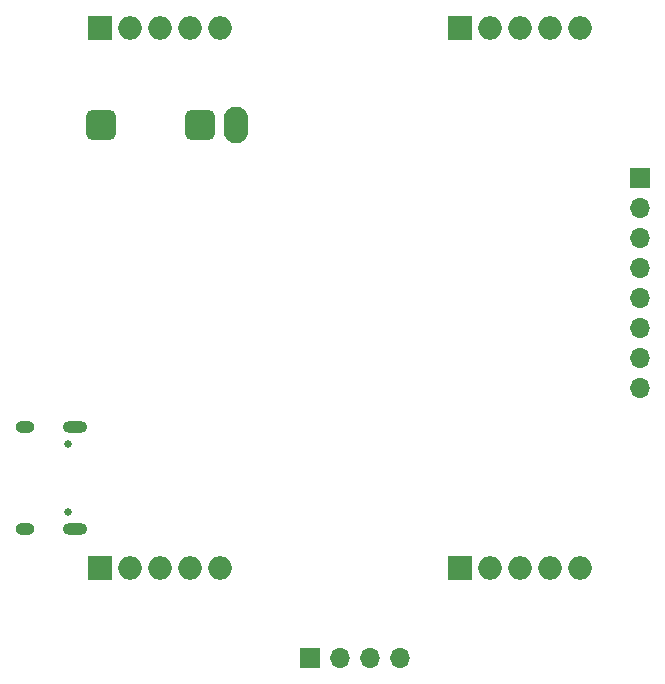
<source format=gbr>
%TF.GenerationSoftware,KiCad,Pcbnew,8.0.5*%
%TF.CreationDate,2024-11-19T03:03:03+05:30*%
%TF.ProjectId,midi,6d696469-2e6b-4696-9361-645f70636258,rev?*%
%TF.SameCoordinates,Original*%
%TF.FileFunction,Soldermask,Bot*%
%TF.FilePolarity,Negative*%
%FSLAX46Y46*%
G04 Gerber Fmt 4.6, Leading zero omitted, Abs format (unit mm)*
G04 Created by KiCad (PCBNEW 8.0.5) date 2024-11-19 03:03:03*
%MOMM*%
%LPD*%
G01*
G04 APERTURE LIST*
G04 Aperture macros list*
%AMRoundRect*
0 Rectangle with rounded corners*
0 $1 Rounding radius*
0 $2 $3 $4 $5 $6 $7 $8 $9 X,Y pos of 4 corners*
0 Add a 4 corners polygon primitive as box body*
4,1,4,$2,$3,$4,$5,$6,$7,$8,$9,$2,$3,0*
0 Add four circle primitives for the rounded corners*
1,1,$1+$1,$2,$3*
1,1,$1+$1,$4,$5*
1,1,$1+$1,$6,$7*
1,1,$1+$1,$8,$9*
0 Add four rect primitives between the rounded corners*
20,1,$1+$1,$2,$3,$4,$5,0*
20,1,$1+$1,$4,$5,$6,$7,0*
20,1,$1+$1,$6,$7,$8,$9,0*
20,1,$1+$1,$8,$9,$2,$3,0*%
G04 Aperture macros list end*
%ADD10RoundRect,0.650000X0.650000X-0.650000X0.650000X0.650000X-0.650000X0.650000X-0.650000X-0.650000X0*%
%ADD11O,2.100000X3.100000*%
%ADD12R,1.700000X1.700000*%
%ADD13O,1.700000X1.700000*%
%ADD14C,0.650000*%
%ADD15O,2.100000X1.000000*%
%ADD16O,1.600000X1.000000*%
%ADD17R,2.000000X2.000000*%
%ADD18O,2.000000X2.000000*%
G04 APERTURE END LIST*
D10*
%TO.C,J1*%
X64340000Y-59055000D03*
D11*
X67440000Y-59055000D03*
D10*
X56040000Y-59055000D03*
%TD*%
D12*
%TO.C,J3*%
X73660000Y-104140000D03*
D13*
X76200000Y-104140000D03*
X78740000Y-104140000D03*
X81280000Y-104140000D03*
%TD*%
D14*
%TO.C,J4*%
X53240000Y-86010000D03*
X53240000Y-91790000D03*
D15*
X53770000Y-84580000D03*
D16*
X49590000Y-84580000D03*
D15*
X53770000Y-93220000D03*
D16*
X49590000Y-93220000D03*
%TD*%
D12*
%TO.C,J2*%
X101600000Y-63500000D03*
D13*
X101600000Y-66040000D03*
X101600000Y-68580000D03*
X101600000Y-71120000D03*
X101600000Y-73660000D03*
X101600000Y-76200000D03*
X101600000Y-78740000D03*
X101600000Y-81280000D03*
%TD*%
D17*
%TO.C,V_SUPPLY1*%
X55880000Y-50800000D03*
D18*
X58420000Y-50800000D03*
X60960000Y-50800000D03*
X63500000Y-50800000D03*
X66040000Y-50800000D03*
%TD*%
D17*
%TO.C,V_SUPPLY2*%
X86360000Y-50800000D03*
D18*
X88900000Y-50800000D03*
X91440000Y-50800000D03*
X93980000Y-50800000D03*
X96520000Y-50800000D03*
%TD*%
D17*
%TO.C,GND2*%
X86360000Y-96520000D03*
D18*
X88900000Y-96520000D03*
X91440000Y-96520000D03*
X93980000Y-96520000D03*
X96520000Y-96520000D03*
%TD*%
D17*
%TO.C,GND1*%
X55880000Y-96520000D03*
D18*
X58420000Y-96520000D03*
X60960000Y-96520000D03*
X63500000Y-96520000D03*
X66040000Y-96520000D03*
%TD*%
M02*

</source>
